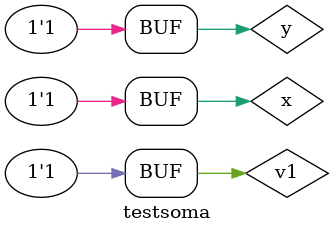
<source format=v>

 module meiasoma(s0, s1,x, y);    //--criando entradas e saidas
 output s0, s1;                  //--definindo saidas
 input x, y;                     //--definindo entradas

 xor XOR1(s0, x, y);
 and AND1(s1, x, y);
 
 endmodule
 
 module somacompleta(s0, s1, x, y, v1);
 output s0, s1;
 input x, y, v1;
 wire s4, s5, s2;
 
 meiasoma HA1(s2, s4, x, y);
 meiasoma HA2(s0, s5, s2, v1);
 or OR1(s1,s5,s4);
 
 endmodule
 
 //--------------------------------
 //-- Teste Soma-completa
 //--------------------------------
 
 module testsoma;              // --criando modulo teste
 reg x, y, v1;                 //-- valores definidos (registradores)
 wire s0,s1;                   //-- valor alternado de acordo com a operacao
 
 somacompleta SO(s0, s1, x, y, v1);         //-- chamando o modulo
 
 initial begin
 		$display("Guia 04 - Karen Alves Pereira - 407451");             //-- imprimindo na tela
		$display("Operador de soma-completa");
		$display("\nx y v1 s s1");
		$monitor("%b %b %b  %b  %b", x, y, v1, s0, s1);
		x=0; y=0; v1=0;         //-- fornecendo valores
 #1   x=0; y=0; v1=1;
 #1   x=0; y=1; v1=0;
 #1   x=0; y=1; v1=1;
 #1   x=1; y=0; v1=0;
 #1   x=1; y=0; v1=1;
 #1   x=1; y=1; v1=0;
 #1   x=1; y=1; v1=1; 
 end                    //-- fim begin
 endmodule     //-- fim modulo testsoma
</source>
